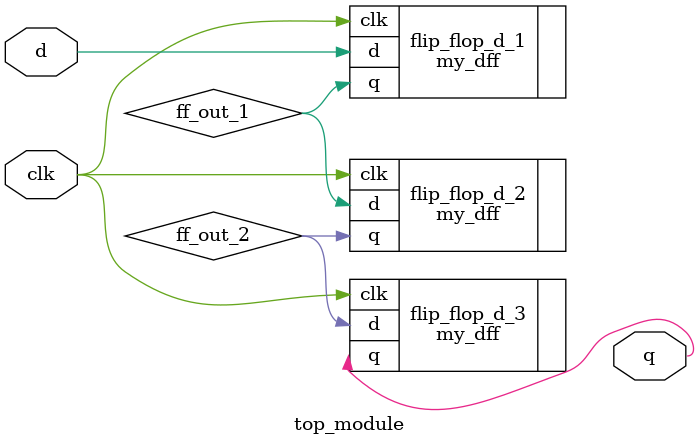
<source format=v>
module top_module (
    input clk, d,
    output q);

    wire ff_out_1, ff_out_2;

    my_dff flip_flop_d_1(.clk(clk), .d(d), .q(ff_out_1));

    my_dff flip_flop_d_2(.clk(clk), .d(ff_out_1), .q(ff_out_2));

    my_dff flip_flop_d_3(.clk(clk), .d(ff_out_2), .q(q));

endmodule
</source>
